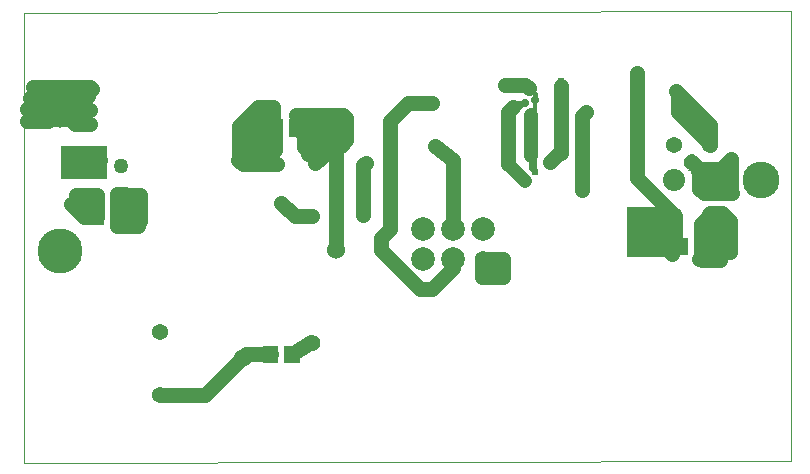
<source format=gbr>
G04 start of page 3 for group 1 idx 1 *
G04 Title: (unknown), solder *
G04 Creator: pcb 20110918 *
G04 CreationDate: Fri Feb 24 10:20:31 2012 UTC *
G04 For: mldelibero *
G04 Format: Gerber/RS-274X *
G04 PCB-Dimensions: 600000 500000 *
G04 PCB-Coordinate-Origin: lower left *
%MOIN*%
%FSLAX25Y25*%
%LNBOTTOM*%
%ADD86C,0.1181*%
%ADD85C,0.0472*%
%ADD84C,0.1181*%
%ADD83C,0.0393*%
%ADD82C,0.0118*%
%ADD81C,0.0315*%
%ADD80C,0.0236*%
%ADD79C,0.0472*%
%ADD78C,0.0300*%
%ADD77C,0.0240*%
%ADD76C,0.0290*%
%ADD75C,0.0400*%
%ADD74C,0.0600*%
%ADD73R,0.0512X0.0512*%
%ADD72C,0.1228*%
%ADD71C,0.0737*%
%ADD70C,0.0537*%
%ADD69C,0.0787*%
%ADD68C,0.0540*%
%ADD67C,0.1500*%
%ADD66C,0.1250*%
%ADD65C,0.0550*%
%ADD64C,0.0080*%
%ADD63C,0.0450*%
%ADD62C,0.0150*%
%ADD61C,0.0130*%
%ADD60C,0.0500*%
%ADD59C,0.0001*%
%ADD58C,0.0010*%
G54D58*X91000Y284000D02*X346800Y284500D01*
Y134500D02*X91000Y134000D01*
Y284000D01*
X346800Y284500D02*Y134500D01*
G54D59*G36*
X113745Y239600D02*X118700D01*
Y228500D01*
X113745D01*
Y229480D01*
X113750Y229479D01*
X114299Y229522D01*
X114835Y229651D01*
X115344Y229862D01*
X115814Y230150D01*
X116233Y230507D01*
X116590Y230926D01*
X116878Y231396D01*
X117089Y231905D01*
X117218Y232441D01*
X117250Y232990D01*
X117218Y233539D01*
X117089Y234075D01*
X116878Y234584D01*
X116590Y235054D01*
X116233Y235473D01*
X115814Y235830D01*
X115344Y236118D01*
X114835Y236329D01*
X114299Y236458D01*
X113750Y236501D01*
X113745Y236500D01*
Y239600D01*
G37*
G36*
X103600D02*X113745D01*
Y236500D01*
X113201Y236458D01*
X112665Y236329D01*
X112156Y236118D01*
X111686Y235830D01*
X111267Y235473D01*
X110910Y235054D01*
X110622Y234584D01*
X110411Y234075D01*
X110282Y233539D01*
X110239Y232990D01*
X110282Y232441D01*
X110411Y231905D01*
X110622Y231396D01*
X110910Y230926D01*
X111267Y230507D01*
X111686Y230150D01*
X112156Y229862D01*
X112665Y229651D01*
X113201Y229522D01*
X113745Y229480D01*
Y228500D01*
X103600D01*
Y239600D01*
G37*
G36*
X306604Y202500D02*X292000D01*
Y219300D01*
X305643D01*
X305279Y218989D01*
X304902Y218548D01*
X304599Y218053D01*
X304377Y217517D01*
X304241Y216953D01*
X304196Y216374D01*
X304241Y215795D01*
X304377Y215231D01*
X304599Y214695D01*
X304902Y214200D01*
X305279Y213759D01*
X305720Y213382D01*
X306215Y213079D01*
X306751Y212857D01*
X307315Y212721D01*
X307894Y212676D01*
X308473Y212721D01*
X309037Y212857D01*
X309573Y213079D01*
X309700Y213157D01*
Y209947D01*
X307284Y209943D01*
X307131Y209906D01*
X306986Y209846D01*
X306851Y209764D01*
X306732Y209661D01*
X306629Y209542D01*
X306547Y209407D01*
X306487Y209262D01*
X306450Y209109D01*
X306441Y208952D01*
X306450Y202891D01*
X306452Y202882D01*
X306487Y202738D01*
X306547Y202593D01*
X306604Y202500D01*
G37*
G54D60*X136570Y156510D02*X151510D01*
X165030Y170030D01*
X173400D01*
X187000Y174000D02*X186970Y174030D01*
X180486Y170030D01*
X251500Y260000D02*X258286D01*
X252600Y250700D02*X254300Y252400D01*
G54D61*X258000Y254000D02*X254450D01*
X258100D02*X254400Y250300D01*
X252600D01*
X261500Y254900D02*Y249100D01*
G54D60*X258286Y260000D02*X259601Y258685D01*
G54D62*X261500Y256786D01*
Y255000D01*
G54D60*X252600Y233400D02*Y250700D01*
X270000Y259600D02*Y237300D01*
X266500Y234200D02*X270000Y237700D01*
Y241000D01*
G54D63*X260300Y249800D02*Y236300D01*
G54D60*X234000Y202000D02*Y199000D01*
X227000Y192000D01*
X223000D01*
X210000Y205000D01*
Y209000D01*
X213000Y212000D01*
Y248000D01*
X204200Y216600D02*Y233200D01*
X205000Y234000D01*
X213000Y248000D02*X219000Y254000D01*
X227000D01*
X234000Y212000D02*Y235000D01*
X228000Y239500D01*
G54D61*X261500Y231000D02*Y236800D01*
X260300Y231900D02*Y235600D01*
G54D60*X244000Y202000D02*X250900D01*
Y195700D01*
X243800D01*
Y202000D01*
Y199000D02*X250900D01*
G54D61*X261500Y230700D02*X260300Y231900D01*
G54D63*X258000Y228000D02*X252600Y233400D01*
G54D60*X295500Y228768D02*X307894Y216374D01*
X277000Y225000D02*Y249500D01*
X278500Y251000D01*
X295500Y228768D02*Y264000D01*
X319705Y239996D02*Y246595D01*
X308600Y257700D01*
X309000Y257300D02*Y250805D01*
X319705Y240100D01*
G54D61*X314200Y236300D02*Y235400D01*
X313400Y236300D02*X314200D01*
Y235400D02*X316100Y233500D01*
X314200Y236300D02*X316800Y233700D01*
Y233500D01*
X314900D02*X313000Y235400D01*
Y234300D01*
X311800Y234700D02*X313400Y236300D01*
X311800Y233100D02*X312500Y232400D01*
X313800Y233200D02*X311900D01*
X311800Y233300D01*
Y234700D01*
X312500Y232400D02*X314600D01*
X315000Y232000D02*X314600Y231600D01*
G54D64*X312900D01*
G54D63*X316500Y230500D02*X315800Y231200D01*
G54D64*X313000Y234300D02*X311800Y233100D01*
G54D60*X319705Y216374D02*X321000Y215079D01*
X319705Y216374D02*X323900Y212179D01*
X319705Y216374D02*X316900Y213569D01*
X303900Y206000D02*Y216200D01*
X307200Y203500D02*X304300Y206400D01*
X319705Y216374D02*Y208619D01*
X321000Y215079D02*Y205100D01*
X316900Y213569D02*Y209600D01*
X319900Y217200D02*X323700D01*
X326500Y214400D01*
Y204200D01*
X319705Y208619D02*X317086Y206000D01*
X308134Y208259D02*Y216134D01*
X323900Y212179D02*Y204100D01*
X323200Y201500D02*X317000D01*
X316200Y201700D02*X317100Y202600D01*
Y208400D01*
X319705Y228185D02*X319885D01*
X319400Y228200D02*X316500Y225300D01*
G54D65*Y230500D01*
G54D60*X317900Y223900D02*X316500Y225300D01*
X326800Y224200D02*X327100Y223900D01*
X324285D01*
X320000Y228185D01*
X323885D01*
X323900Y228200D01*
X322450Y230750D02*Y224050D01*
X322600Y223900D01*
X317900D01*
X319885Y228185D02*X326800Y235100D01*
X323900Y228200D02*X319400D01*
X322000Y231200D02*X322450Y230750D01*
G54D61*X324600Y233500D02*X324900Y233200D01*
G54D60*X326800Y235100D02*Y224200D01*
G54D61*X313900Y233500D02*X324600D01*
X316100D02*X314900D01*
X314600Y232400D02*X313800Y233200D01*
G54D60*X315800Y231200D02*X322000D01*
G54D61*X113750Y232990D02*X108840Y237900D01*
X105200D01*
G54D60*X112440Y234300D02*X107900D01*
X112300Y234440D02*Y237000D01*
X113750Y232990D02*X112440Y234300D01*
X112300Y234440D02*X115020Y231720D01*
X113750Y232990D02*X115660Y234900D01*
X116600D01*
X113750Y232990D02*X112000Y231240D01*
X113750Y223190D02*Y217804D01*
Y223190D02*X108500D01*
X113750D02*X108860Y218300D01*
X115364Y216583D02*Y223100D01*
X123550Y223190D02*Y217290D01*
X113750Y217804D02*X115364Y216190D01*
Y215797D02*X111203D01*
X106800Y220200D01*
X123550Y217290D02*X122450Y216190D01*
G54D61*X176600Y220400D02*X176900Y220600D01*
G54D60*X123550Y223190D02*X125800Y220940D01*
Y215600D01*
X129300Y217440D02*Y214800D01*
X129900Y223190D02*Y214500D01*
X129300Y212900D02*X122300D01*
X123550Y223190D02*X129300Y217440D01*
X123550Y223190D02*X129900D01*
X122300Y212900D02*Y223370D01*
X124800D01*
X103050Y251790D02*X92100D01*
X99260Y248000D02*X92200D01*
X99260D02*X107360Y256100D01*
X99340Y255500D02*X103240Y251600D01*
X103050Y251790D02*X102400Y251140D01*
X103050Y251790D02*X105600Y249240D01*
X99340Y255500D02*X93200D01*
X107360Y256100D02*X112500D01*
X103240Y251600D02*X113300D01*
X108140Y246700D02*X113100D01*
X108140D02*X102900Y251940D01*
Y258100D01*
X113900Y258400D02*X113200Y259100D01*
X94200D01*
X171182Y242118D02*X174000Y244936D01*
Y251000D01*
X167500Y244500D01*
X162800Y246200D02*X169000Y252400D01*
X174000D01*
X167500Y244500D02*Y235000D01*
X170100Y237600D01*
X174300D01*
X174957Y238257D01*
Y245500D01*
X175600Y233400D02*X164000D01*
X162400Y235000D01*
X164200Y233400D02*X162800Y234800D01*
Y246200D01*
X195000Y205000D02*Y246000D01*
G54D61*X194750Y234950D02*X195000Y235200D01*
G54D60*X187000Y216100D02*X181400D01*
X176900Y220600D01*
X188300Y233700D02*X190350Y235750D01*
Y244150D01*
X186800Y240600D02*X192700Y245400D01*
X195000Y246000D02*X194500Y245500D01*
G54D61*X184800Y240800D02*X186700Y242700D01*
X185600Y240400D02*X187200Y242000D01*
G54D60*X194500Y245500D02*X182043D01*
X174957Y245893D02*X171800Y242736D01*
G54D61*X185400Y245500D02*Y242700D01*
X184700Y242000D01*
G54D60*X181800Y250000D02*X197400D01*
X198600Y248800D01*
Y241500D01*
X196700Y239600D01*
X195000D01*
G54D61*X184600Y239800D02*Y239900D01*
G54D60*X184400Y239100D02*Y243143D01*
X182043Y245500D01*
X184400Y240600D02*X186800D01*
X190500Y240100D02*X189100D01*
X185700Y236700D01*
G54D61*X183400Y246800D02*X186300Y248600D01*
X182300Y248700D01*
G54D60*X123550Y223190D03*
Y232990D03*
X113750D03*
G54D63*Y223190D03*
G54D66*X103050Y251790D03*
G54D67*Y204390D03*
G54D68*X136570Y156510D03*
Y177510D03*
G54D69*X224000Y212000D03*
Y202000D03*
X234000Y212000D03*
Y202000D03*
G54D70*X244000D03*
G54D69*Y212000D03*
G54D70*X307894Y216374D03*
X319705D03*
G54D71*X307894Y228185D03*
G54D70*Y239996D03*
X319705D03*
G54D69*Y228185D03*
G54D72*X336713D03*
G54D73*X115364Y216583D02*Y215797D01*
X122450Y216583D02*Y215797D01*
X173400Y170423D02*Y169637D01*
X180486Y170423D02*Y169637D01*
X174957Y245893D02*Y245107D01*
X182043Y245893D02*Y245107D01*
X310000Y206393D02*Y205607D01*
X317086Y206393D02*Y205607D01*
G54D74*X164000Y169000D03*
G54D65*X187000Y174000D03*
G54D74*X195000Y205000D03*
G54D75*X204200Y216600D03*
X205000Y234000D03*
X187000Y216100D03*
X176900Y220600D03*
X171400Y241700D03*
X251500Y260000D03*
G54D76*X261500Y255000D03*
X258000Y254000D03*
G54D77*X261500Y231000D03*
X258000Y228000D03*
G54D78*X295500Y238500D03*
G54D75*X228000Y239500D03*
X277000Y225000D03*
G54D77*X266700Y234300D03*
G54D75*X278500Y251000D03*
G54D74*X195000Y246000D03*
G54D75*X227000Y254000D03*
G54D78*X295500Y264000D03*
G54D77*X270000Y261200D03*
G54D78*X308600Y257500D03*
X313900Y233500D03*
G54D79*G54D80*G54D81*G54D82*G54D80*G54D82*G54D80*G54D79*G54D80*G54D82*G54D80*G54D83*G54D84*G54D60*G54D85*G54D86*M02*

</source>
